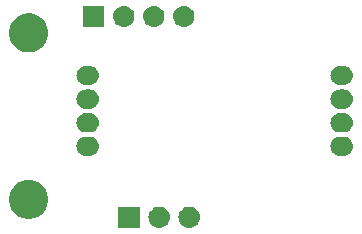
<source format=gbs>
G04 #@! TF.GenerationSoftware,KiCad,Pcbnew,(5.1.2)-1*
G04 #@! TF.CreationDate,2020-10-03T12:09:34+09:00*
G04 #@! TF.ProjectId,es,65732e6b-6963-4616-945f-706362585858,v1.4*
G04 #@! TF.SameCoordinates,Original*
G04 #@! TF.FileFunction,Soldermask,Bot*
G04 #@! TF.FilePolarity,Negative*
%FSLAX46Y46*%
G04 Gerber Fmt 4.6, Leading zero omitted, Abs format (unit mm)*
G04 Created by KiCad (PCBNEW (5.1.2)-1) date 2020-10-03 12:09:34*
%MOMM*%
%LPD*%
G04 APERTURE LIST*
%ADD10C,0.100000*%
G04 APERTURE END LIST*
D10*
G36*
X160690442Y-96605518D02*
G01*
X160756627Y-96612037D01*
X160926466Y-96663557D01*
X161082991Y-96747222D01*
X161118729Y-96776552D01*
X161220186Y-96859814D01*
X161303448Y-96961271D01*
X161332778Y-96997009D01*
X161416443Y-97153534D01*
X161467963Y-97323373D01*
X161485359Y-97500000D01*
X161467963Y-97676627D01*
X161416443Y-97846466D01*
X161332778Y-98002991D01*
X161303448Y-98038729D01*
X161220186Y-98140186D01*
X161118729Y-98223448D01*
X161082991Y-98252778D01*
X160926466Y-98336443D01*
X160756627Y-98387963D01*
X160690442Y-98394482D01*
X160624260Y-98401000D01*
X160535740Y-98401000D01*
X160469558Y-98394482D01*
X160403373Y-98387963D01*
X160233534Y-98336443D01*
X160077009Y-98252778D01*
X160041271Y-98223448D01*
X159939814Y-98140186D01*
X159856552Y-98038729D01*
X159827222Y-98002991D01*
X159743557Y-97846466D01*
X159692037Y-97676627D01*
X159674641Y-97500000D01*
X159692037Y-97323373D01*
X159743557Y-97153534D01*
X159827222Y-96997009D01*
X159856552Y-96961271D01*
X159939814Y-96859814D01*
X160041271Y-96776552D01*
X160077009Y-96747222D01*
X160233534Y-96663557D01*
X160403373Y-96612037D01*
X160469557Y-96605519D01*
X160535740Y-96599000D01*
X160624260Y-96599000D01*
X160690442Y-96605518D01*
X160690442Y-96605518D01*
G37*
G36*
X156401000Y-98401000D02*
G01*
X154599000Y-98401000D01*
X154599000Y-96599000D01*
X156401000Y-96599000D01*
X156401000Y-98401000D01*
X156401000Y-98401000D01*
G37*
G36*
X158150442Y-96605518D02*
G01*
X158216627Y-96612037D01*
X158386466Y-96663557D01*
X158542991Y-96747222D01*
X158578729Y-96776552D01*
X158680186Y-96859814D01*
X158763448Y-96961271D01*
X158792778Y-96997009D01*
X158876443Y-97153534D01*
X158927963Y-97323373D01*
X158945359Y-97500000D01*
X158927963Y-97676627D01*
X158876443Y-97846466D01*
X158792778Y-98002991D01*
X158763448Y-98038729D01*
X158680186Y-98140186D01*
X158578729Y-98223448D01*
X158542991Y-98252778D01*
X158386466Y-98336443D01*
X158216627Y-98387963D01*
X158150442Y-98394482D01*
X158084260Y-98401000D01*
X157995740Y-98401000D01*
X157929558Y-98394482D01*
X157863373Y-98387963D01*
X157693534Y-98336443D01*
X157537009Y-98252778D01*
X157501271Y-98223448D01*
X157399814Y-98140186D01*
X157316552Y-98038729D01*
X157287222Y-98002991D01*
X157203557Y-97846466D01*
X157152037Y-97676627D01*
X157134641Y-97500000D01*
X157152037Y-97323373D01*
X157203557Y-97153534D01*
X157287222Y-96997009D01*
X157316552Y-96961271D01*
X157399814Y-96859814D01*
X157501271Y-96776552D01*
X157537009Y-96747222D01*
X157693534Y-96663557D01*
X157863373Y-96612037D01*
X157929557Y-96605519D01*
X157995740Y-96599000D01*
X158084260Y-96599000D01*
X158150442Y-96605518D01*
X158150442Y-96605518D01*
G37*
G36*
X147375256Y-94391298D02*
G01*
X147481579Y-94412447D01*
X147782042Y-94536903D01*
X148052451Y-94717585D01*
X148282415Y-94947549D01*
X148463097Y-95217958D01*
X148587553Y-95518421D01*
X148651000Y-95837391D01*
X148651000Y-96162609D01*
X148587553Y-96481579D01*
X148463097Y-96782042D01*
X148282415Y-97052451D01*
X148052451Y-97282415D01*
X147782042Y-97463097D01*
X147481579Y-97587553D01*
X147375256Y-97608702D01*
X147162611Y-97651000D01*
X146837389Y-97651000D01*
X146624744Y-97608702D01*
X146518421Y-97587553D01*
X146217958Y-97463097D01*
X145947549Y-97282415D01*
X145717585Y-97052451D01*
X145536903Y-96782042D01*
X145412447Y-96481579D01*
X145349000Y-96162609D01*
X145349000Y-95837391D01*
X145412447Y-95518421D01*
X145536903Y-95217958D01*
X145717585Y-94947549D01*
X145947549Y-94717585D01*
X146217958Y-94536903D01*
X146518421Y-94412447D01*
X146624744Y-94391298D01*
X146837389Y-94349000D01*
X147162611Y-94349000D01*
X147375256Y-94391298D01*
X147375256Y-94391298D01*
G37*
G36*
X152217747Y-90690921D02*
G01*
X152297376Y-90698764D01*
X152450627Y-90745252D01*
X152450630Y-90745253D01*
X152591863Y-90820744D01*
X152715659Y-90922341D01*
X152817256Y-91046137D01*
X152892747Y-91187370D01*
X152892748Y-91187373D01*
X152939236Y-91340624D01*
X152954933Y-91500000D01*
X152939236Y-91659376D01*
X152892748Y-91812627D01*
X152892747Y-91812630D01*
X152817256Y-91953863D01*
X152715659Y-92077659D01*
X152591863Y-92179256D01*
X152450630Y-92254747D01*
X152450627Y-92254748D01*
X152297376Y-92301236D01*
X152217747Y-92309079D01*
X152177934Y-92313000D01*
X151822066Y-92313000D01*
X151782253Y-92309079D01*
X151702624Y-92301236D01*
X151549373Y-92254748D01*
X151549370Y-92254747D01*
X151408137Y-92179256D01*
X151284341Y-92077659D01*
X151182744Y-91953863D01*
X151107253Y-91812630D01*
X151107252Y-91812627D01*
X151060764Y-91659376D01*
X151045067Y-91500000D01*
X151060764Y-91340624D01*
X151107252Y-91187373D01*
X151107253Y-91187370D01*
X151182744Y-91046137D01*
X151284341Y-90922341D01*
X151408137Y-90820744D01*
X151549370Y-90745253D01*
X151549373Y-90745252D01*
X151702624Y-90698764D01*
X151782253Y-90690921D01*
X151822066Y-90687000D01*
X152177934Y-90687000D01*
X152217747Y-90690921D01*
X152217747Y-90690921D01*
G37*
G36*
X173717747Y-90690921D02*
G01*
X173797376Y-90698764D01*
X173950627Y-90745252D01*
X173950630Y-90745253D01*
X174091863Y-90820744D01*
X174215659Y-90922341D01*
X174317256Y-91046137D01*
X174392747Y-91187370D01*
X174392748Y-91187373D01*
X174439236Y-91340624D01*
X174454933Y-91500000D01*
X174439236Y-91659376D01*
X174392748Y-91812627D01*
X174392747Y-91812630D01*
X174317256Y-91953863D01*
X174215659Y-92077659D01*
X174091863Y-92179256D01*
X173950630Y-92254747D01*
X173950627Y-92254748D01*
X173797376Y-92301236D01*
X173717747Y-92309079D01*
X173677934Y-92313000D01*
X173322066Y-92313000D01*
X173282253Y-92309079D01*
X173202624Y-92301236D01*
X173049373Y-92254748D01*
X173049370Y-92254747D01*
X172908137Y-92179256D01*
X172784341Y-92077659D01*
X172682744Y-91953863D01*
X172607253Y-91812630D01*
X172607252Y-91812627D01*
X172560764Y-91659376D01*
X172545067Y-91500000D01*
X172560764Y-91340624D01*
X172607252Y-91187373D01*
X172607253Y-91187370D01*
X172682744Y-91046137D01*
X172784341Y-90922341D01*
X172908137Y-90820744D01*
X173049370Y-90745253D01*
X173049373Y-90745252D01*
X173202624Y-90698764D01*
X173282253Y-90690921D01*
X173322066Y-90687000D01*
X173677934Y-90687000D01*
X173717747Y-90690921D01*
X173717747Y-90690921D01*
G37*
G36*
X173717747Y-88690921D02*
G01*
X173797376Y-88698764D01*
X173950627Y-88745252D01*
X173950630Y-88745253D01*
X174091863Y-88820744D01*
X174215659Y-88922341D01*
X174317256Y-89046137D01*
X174392747Y-89187370D01*
X174392748Y-89187373D01*
X174439236Y-89340624D01*
X174454933Y-89500000D01*
X174439236Y-89659376D01*
X174392748Y-89812627D01*
X174392747Y-89812630D01*
X174317256Y-89953863D01*
X174215659Y-90077659D01*
X174091863Y-90179256D01*
X173950630Y-90254747D01*
X173950627Y-90254748D01*
X173797376Y-90301236D01*
X173717747Y-90309079D01*
X173677934Y-90313000D01*
X173322066Y-90313000D01*
X173282253Y-90309079D01*
X173202624Y-90301236D01*
X173049373Y-90254748D01*
X173049370Y-90254747D01*
X172908137Y-90179256D01*
X172784341Y-90077659D01*
X172682744Y-89953863D01*
X172607253Y-89812630D01*
X172607252Y-89812627D01*
X172560764Y-89659376D01*
X172545067Y-89500000D01*
X172560764Y-89340624D01*
X172607252Y-89187373D01*
X172607253Y-89187370D01*
X172682744Y-89046137D01*
X172784341Y-88922341D01*
X172908137Y-88820744D01*
X173049370Y-88745253D01*
X173049373Y-88745252D01*
X173202624Y-88698764D01*
X173282253Y-88690921D01*
X173322066Y-88687000D01*
X173677934Y-88687000D01*
X173717747Y-88690921D01*
X173717747Y-88690921D01*
G37*
G36*
X152217747Y-88690921D02*
G01*
X152297376Y-88698764D01*
X152450627Y-88745252D01*
X152450630Y-88745253D01*
X152591863Y-88820744D01*
X152715659Y-88922341D01*
X152817256Y-89046137D01*
X152892747Y-89187370D01*
X152892748Y-89187373D01*
X152939236Y-89340624D01*
X152954933Y-89500000D01*
X152939236Y-89659376D01*
X152892748Y-89812627D01*
X152892747Y-89812630D01*
X152817256Y-89953863D01*
X152715659Y-90077659D01*
X152591863Y-90179256D01*
X152450630Y-90254747D01*
X152450627Y-90254748D01*
X152297376Y-90301236D01*
X152217747Y-90309079D01*
X152177934Y-90313000D01*
X151822066Y-90313000D01*
X151782253Y-90309079D01*
X151702624Y-90301236D01*
X151549373Y-90254748D01*
X151549370Y-90254747D01*
X151408137Y-90179256D01*
X151284341Y-90077659D01*
X151182744Y-89953863D01*
X151107253Y-89812630D01*
X151107252Y-89812627D01*
X151060764Y-89659376D01*
X151045067Y-89500000D01*
X151060764Y-89340624D01*
X151107252Y-89187373D01*
X151107253Y-89187370D01*
X151182744Y-89046137D01*
X151284341Y-88922341D01*
X151408137Y-88820744D01*
X151549370Y-88745253D01*
X151549373Y-88745252D01*
X151702624Y-88698764D01*
X151782253Y-88690921D01*
X151822066Y-88687000D01*
X152177934Y-88687000D01*
X152217747Y-88690921D01*
X152217747Y-88690921D01*
G37*
G36*
X173717747Y-86690921D02*
G01*
X173797376Y-86698764D01*
X173950627Y-86745252D01*
X173950630Y-86745253D01*
X174091863Y-86820744D01*
X174215659Y-86922341D01*
X174317256Y-87046137D01*
X174392747Y-87187370D01*
X174392748Y-87187373D01*
X174439236Y-87340624D01*
X174454933Y-87500000D01*
X174439236Y-87659376D01*
X174392748Y-87812627D01*
X174392747Y-87812630D01*
X174317256Y-87953863D01*
X174215659Y-88077659D01*
X174091863Y-88179256D01*
X173950630Y-88254747D01*
X173950627Y-88254748D01*
X173797376Y-88301236D01*
X173717747Y-88309079D01*
X173677934Y-88313000D01*
X173322066Y-88313000D01*
X173282253Y-88309079D01*
X173202624Y-88301236D01*
X173049373Y-88254748D01*
X173049370Y-88254747D01*
X172908137Y-88179256D01*
X172784341Y-88077659D01*
X172682744Y-87953863D01*
X172607253Y-87812630D01*
X172607252Y-87812627D01*
X172560764Y-87659376D01*
X172545067Y-87500000D01*
X172560764Y-87340624D01*
X172607252Y-87187373D01*
X172607253Y-87187370D01*
X172682744Y-87046137D01*
X172784341Y-86922341D01*
X172908137Y-86820744D01*
X173049370Y-86745253D01*
X173049373Y-86745252D01*
X173202624Y-86698764D01*
X173282253Y-86690921D01*
X173322066Y-86687000D01*
X173677934Y-86687000D01*
X173717747Y-86690921D01*
X173717747Y-86690921D01*
G37*
G36*
X152217747Y-86690921D02*
G01*
X152297376Y-86698764D01*
X152450627Y-86745252D01*
X152450630Y-86745253D01*
X152591863Y-86820744D01*
X152715659Y-86922341D01*
X152817256Y-87046137D01*
X152892747Y-87187370D01*
X152892748Y-87187373D01*
X152939236Y-87340624D01*
X152954933Y-87500000D01*
X152939236Y-87659376D01*
X152892748Y-87812627D01*
X152892747Y-87812630D01*
X152817256Y-87953863D01*
X152715659Y-88077659D01*
X152591863Y-88179256D01*
X152450630Y-88254747D01*
X152450627Y-88254748D01*
X152297376Y-88301236D01*
X152217747Y-88309079D01*
X152177934Y-88313000D01*
X151822066Y-88313000D01*
X151782253Y-88309079D01*
X151702624Y-88301236D01*
X151549373Y-88254748D01*
X151549370Y-88254747D01*
X151408137Y-88179256D01*
X151284341Y-88077659D01*
X151182744Y-87953863D01*
X151107253Y-87812630D01*
X151107252Y-87812627D01*
X151060764Y-87659376D01*
X151045067Y-87500000D01*
X151060764Y-87340624D01*
X151107252Y-87187373D01*
X151107253Y-87187370D01*
X151182744Y-87046137D01*
X151284341Y-86922341D01*
X151408137Y-86820744D01*
X151549370Y-86745253D01*
X151549373Y-86745252D01*
X151702624Y-86698764D01*
X151782253Y-86690921D01*
X151822066Y-86687000D01*
X152177934Y-86687000D01*
X152217747Y-86690921D01*
X152217747Y-86690921D01*
G37*
G36*
X152217747Y-84690921D02*
G01*
X152297376Y-84698764D01*
X152450627Y-84745252D01*
X152450630Y-84745253D01*
X152591863Y-84820744D01*
X152715659Y-84922341D01*
X152817256Y-85046137D01*
X152892747Y-85187370D01*
X152892748Y-85187373D01*
X152939236Y-85340624D01*
X152954933Y-85500000D01*
X152939236Y-85659376D01*
X152892748Y-85812627D01*
X152892747Y-85812630D01*
X152817256Y-85953863D01*
X152715659Y-86077659D01*
X152591863Y-86179256D01*
X152450630Y-86254747D01*
X152450627Y-86254748D01*
X152297376Y-86301236D01*
X152217747Y-86309079D01*
X152177934Y-86313000D01*
X151822066Y-86313000D01*
X151782253Y-86309079D01*
X151702624Y-86301236D01*
X151549373Y-86254748D01*
X151549370Y-86254747D01*
X151408137Y-86179256D01*
X151284341Y-86077659D01*
X151182744Y-85953863D01*
X151107253Y-85812630D01*
X151107252Y-85812627D01*
X151060764Y-85659376D01*
X151045067Y-85500000D01*
X151060764Y-85340624D01*
X151107252Y-85187373D01*
X151107253Y-85187370D01*
X151182744Y-85046137D01*
X151284341Y-84922341D01*
X151408137Y-84820744D01*
X151549370Y-84745253D01*
X151549373Y-84745252D01*
X151702624Y-84698764D01*
X151782253Y-84690921D01*
X151822066Y-84687000D01*
X152177934Y-84687000D01*
X152217747Y-84690921D01*
X152217747Y-84690921D01*
G37*
G36*
X173717747Y-84690921D02*
G01*
X173797376Y-84698764D01*
X173950627Y-84745252D01*
X173950630Y-84745253D01*
X174091863Y-84820744D01*
X174215659Y-84922341D01*
X174317256Y-85046137D01*
X174392747Y-85187370D01*
X174392748Y-85187373D01*
X174439236Y-85340624D01*
X174454933Y-85500000D01*
X174439236Y-85659376D01*
X174392748Y-85812627D01*
X174392747Y-85812630D01*
X174317256Y-85953863D01*
X174215659Y-86077659D01*
X174091863Y-86179256D01*
X173950630Y-86254747D01*
X173950627Y-86254748D01*
X173797376Y-86301236D01*
X173717747Y-86309079D01*
X173677934Y-86313000D01*
X173322066Y-86313000D01*
X173282253Y-86309079D01*
X173202624Y-86301236D01*
X173049373Y-86254748D01*
X173049370Y-86254747D01*
X172908137Y-86179256D01*
X172784341Y-86077659D01*
X172682744Y-85953863D01*
X172607253Y-85812630D01*
X172607252Y-85812627D01*
X172560764Y-85659376D01*
X172545067Y-85500000D01*
X172560764Y-85340624D01*
X172607252Y-85187373D01*
X172607253Y-85187370D01*
X172682744Y-85046137D01*
X172784341Y-84922341D01*
X172908137Y-84820744D01*
X173049370Y-84745253D01*
X173049373Y-84745252D01*
X173202624Y-84698764D01*
X173282253Y-84690921D01*
X173322066Y-84687000D01*
X173677934Y-84687000D01*
X173717747Y-84690921D01*
X173717747Y-84690921D01*
G37*
G36*
X147375256Y-80291298D02*
G01*
X147481579Y-80312447D01*
X147782042Y-80436903D01*
X148052451Y-80617585D01*
X148282415Y-80847549D01*
X148463097Y-81117958D01*
X148587553Y-81418421D01*
X148651000Y-81737391D01*
X148651000Y-82062609D01*
X148587553Y-82381579D01*
X148463097Y-82682042D01*
X148282415Y-82952451D01*
X148052451Y-83182415D01*
X147782042Y-83363097D01*
X147481579Y-83487553D01*
X147375256Y-83508702D01*
X147162611Y-83551000D01*
X146837389Y-83551000D01*
X146624744Y-83508702D01*
X146518421Y-83487553D01*
X146217958Y-83363097D01*
X145947549Y-83182415D01*
X145717585Y-82952451D01*
X145536903Y-82682042D01*
X145412447Y-82381579D01*
X145349000Y-82062609D01*
X145349000Y-81737391D01*
X145412447Y-81418421D01*
X145536903Y-81117958D01*
X145717585Y-80847549D01*
X145947549Y-80617585D01*
X146217958Y-80436903D01*
X146518421Y-80312447D01*
X146624744Y-80291298D01*
X146837389Y-80249000D01*
X147162611Y-80249000D01*
X147375256Y-80291298D01*
X147375256Y-80291298D01*
G37*
G36*
X153401000Y-81401000D02*
G01*
X151599000Y-81401000D01*
X151599000Y-79599000D01*
X153401000Y-79599000D01*
X153401000Y-81401000D01*
X153401000Y-81401000D01*
G37*
G36*
X155150442Y-79605518D02*
G01*
X155216627Y-79612037D01*
X155386466Y-79663557D01*
X155542991Y-79747222D01*
X155578729Y-79776552D01*
X155680186Y-79859814D01*
X155763448Y-79961271D01*
X155792778Y-79997009D01*
X155876443Y-80153534D01*
X155927963Y-80323373D01*
X155945359Y-80500000D01*
X155927963Y-80676627D01*
X155876443Y-80846466D01*
X155792778Y-81002991D01*
X155763448Y-81038729D01*
X155680186Y-81140186D01*
X155578729Y-81223448D01*
X155542991Y-81252778D01*
X155386466Y-81336443D01*
X155216627Y-81387963D01*
X155150443Y-81394481D01*
X155084260Y-81401000D01*
X154995740Y-81401000D01*
X154929557Y-81394481D01*
X154863373Y-81387963D01*
X154693534Y-81336443D01*
X154537009Y-81252778D01*
X154501271Y-81223448D01*
X154399814Y-81140186D01*
X154316552Y-81038729D01*
X154287222Y-81002991D01*
X154203557Y-80846466D01*
X154152037Y-80676627D01*
X154134641Y-80500000D01*
X154152037Y-80323373D01*
X154203557Y-80153534D01*
X154287222Y-79997009D01*
X154316552Y-79961271D01*
X154399814Y-79859814D01*
X154501271Y-79776552D01*
X154537009Y-79747222D01*
X154693534Y-79663557D01*
X154863373Y-79612037D01*
X154929558Y-79605518D01*
X154995740Y-79599000D01*
X155084260Y-79599000D01*
X155150442Y-79605518D01*
X155150442Y-79605518D01*
G37*
G36*
X157690442Y-79605518D02*
G01*
X157756627Y-79612037D01*
X157926466Y-79663557D01*
X158082991Y-79747222D01*
X158118729Y-79776552D01*
X158220186Y-79859814D01*
X158303448Y-79961271D01*
X158332778Y-79997009D01*
X158416443Y-80153534D01*
X158467963Y-80323373D01*
X158485359Y-80500000D01*
X158467963Y-80676627D01*
X158416443Y-80846466D01*
X158332778Y-81002991D01*
X158303448Y-81038729D01*
X158220186Y-81140186D01*
X158118729Y-81223448D01*
X158082991Y-81252778D01*
X157926466Y-81336443D01*
X157756627Y-81387963D01*
X157690443Y-81394481D01*
X157624260Y-81401000D01*
X157535740Y-81401000D01*
X157469557Y-81394481D01*
X157403373Y-81387963D01*
X157233534Y-81336443D01*
X157077009Y-81252778D01*
X157041271Y-81223448D01*
X156939814Y-81140186D01*
X156856552Y-81038729D01*
X156827222Y-81002991D01*
X156743557Y-80846466D01*
X156692037Y-80676627D01*
X156674641Y-80500000D01*
X156692037Y-80323373D01*
X156743557Y-80153534D01*
X156827222Y-79997009D01*
X156856552Y-79961271D01*
X156939814Y-79859814D01*
X157041271Y-79776552D01*
X157077009Y-79747222D01*
X157233534Y-79663557D01*
X157403373Y-79612037D01*
X157469558Y-79605518D01*
X157535740Y-79599000D01*
X157624260Y-79599000D01*
X157690442Y-79605518D01*
X157690442Y-79605518D01*
G37*
G36*
X160230442Y-79605518D02*
G01*
X160296627Y-79612037D01*
X160466466Y-79663557D01*
X160622991Y-79747222D01*
X160658729Y-79776552D01*
X160760186Y-79859814D01*
X160843448Y-79961271D01*
X160872778Y-79997009D01*
X160956443Y-80153534D01*
X161007963Y-80323373D01*
X161025359Y-80500000D01*
X161007963Y-80676627D01*
X160956443Y-80846466D01*
X160872778Y-81002991D01*
X160843448Y-81038729D01*
X160760186Y-81140186D01*
X160658729Y-81223448D01*
X160622991Y-81252778D01*
X160466466Y-81336443D01*
X160296627Y-81387963D01*
X160230443Y-81394481D01*
X160164260Y-81401000D01*
X160075740Y-81401000D01*
X160009557Y-81394481D01*
X159943373Y-81387963D01*
X159773534Y-81336443D01*
X159617009Y-81252778D01*
X159581271Y-81223448D01*
X159479814Y-81140186D01*
X159396552Y-81038729D01*
X159367222Y-81002991D01*
X159283557Y-80846466D01*
X159232037Y-80676627D01*
X159214641Y-80500000D01*
X159232037Y-80323373D01*
X159283557Y-80153534D01*
X159367222Y-79997009D01*
X159396552Y-79961271D01*
X159479814Y-79859814D01*
X159581271Y-79776552D01*
X159617009Y-79747222D01*
X159773534Y-79663557D01*
X159943373Y-79612037D01*
X160009558Y-79605518D01*
X160075740Y-79599000D01*
X160164260Y-79599000D01*
X160230442Y-79605518D01*
X160230442Y-79605518D01*
G37*
M02*

</source>
